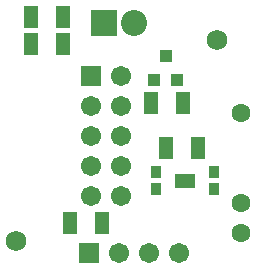
<source format=gts>
G04 Layer_Color=8388736*
%FSAX44Y44*%
%MOMM*%
G71*
G01*
G75*
%ADD33R,1.3032X1.9032*%
%ADD34R,1.0032X1.1032*%
%ADD35R,1.8032X1.2032*%
%ADD36R,0.8532X1.1032*%
%ADD37C,2.2032*%
%ADD38R,2.2032X2.2032*%
%ADD39C,1.7032*%
%ADD40R,1.7032X1.7032*%
%ADD41C,1.6032*%
%ADD42C,1.7272*%
%ADD43R,1.7032X1.7032*%
D33*
X00281140Y00357480D02*
D03*
X00254140D02*
D03*
X00185560Y00255880D02*
D03*
X00212560D02*
D03*
X00179540Y00429870D02*
D03*
X00152540D02*
D03*
X00179540Y00407010D02*
D03*
X00152540D02*
D03*
X00266840Y00319380D02*
D03*
X00293840D02*
D03*
D34*
X00256870Y00376690D02*
D03*
X00275870D02*
D03*
X00266370Y00396690D02*
D03*
D35*
X00282880Y00291440D02*
D03*
D36*
X00258130Y00298940D02*
D03*
Y00283940D02*
D03*
X00307630Y00298940D02*
D03*
Y00283940D02*
D03*
D37*
X00239300Y00424790D02*
D03*
D38*
X00214300D02*
D03*
D39*
X00227000Y00230480D02*
D03*
X00252400D02*
D03*
X00277800D02*
D03*
X00228270Y00304140D02*
D03*
Y00329540D02*
D03*
Y00354940D02*
D03*
Y00380340D02*
D03*
X00202870Y00304140D02*
D03*
Y00329540D02*
D03*
Y00354940D02*
D03*
Y00278740D02*
D03*
X00228270D02*
D03*
D40*
X00201600Y00230480D02*
D03*
D41*
X00329870Y00272390D02*
D03*
Y00348590D02*
D03*
Y00246990D02*
D03*
D42*
X00310000Y00410000D02*
D03*
X00140000Y00240000D02*
D03*
D43*
X00202870Y00380340D02*
D03*
M02*

</source>
